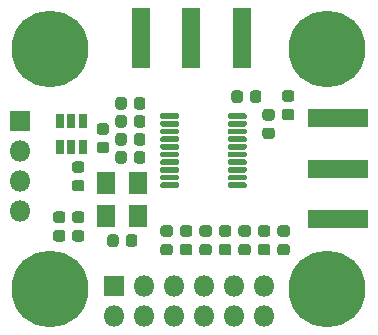
<source format=gbr>
%TF.GenerationSoftware,KiCad,Pcbnew,5.1.6-c6e7f7d~87~ubuntu18.04.1*%
%TF.CreationDate,2020-08-02T22:12:59+02:00*%
%TF.ProjectId,ad9834_eval,61643938-3334-45f6-9576-616c2e6b6963,rev?*%
%TF.SameCoordinates,Original*%
%TF.FileFunction,Soldermask,Top*%
%TF.FilePolarity,Negative*%
%FSLAX46Y46*%
G04 Gerber Fmt 4.6, Leading zero omitted, Abs format (unit mm)*
G04 Created by KiCad (PCBNEW 5.1.6-c6e7f7d~87~ubuntu18.04.1) date 2020-08-02 22:12:59*
%MOMM*%
%LPD*%
G01*
G04 APERTURE LIST*
%ADD10R,1.640000X1.900000*%
%ADD11O,1.800000X1.800000*%
%ADD12R,1.800000X1.800000*%
%ADD13R,0.750000X1.160000*%
%ADD14R,1.600000X5.180000*%
%ADD15R,5.180000X1.600000*%
%ADD16C,0.900000*%
%ADD17C,6.500000*%
G04 APERTURE END LIST*
D10*
%TO.C,U5*%
X79705200Y-85013800D03*
X82385200Y-85013800D03*
X82385200Y-87813800D03*
X79705200Y-87813800D03*
%TD*%
%TO.C,R16*%
G36*
G01*
X77061750Y-84780500D02*
X77624250Y-84780500D01*
G75*
G02*
X77868000Y-85024250I0J-243750D01*
G01*
X77868000Y-85511750D01*
G75*
G02*
X77624250Y-85755500I-243750J0D01*
G01*
X77061750Y-85755500D01*
G75*
G02*
X76818000Y-85511750I0J243750D01*
G01*
X76818000Y-85024250D01*
G75*
G02*
X77061750Y-84780500I243750J0D01*
G01*
G37*
G36*
G01*
X77061750Y-83205500D02*
X77624250Y-83205500D01*
G75*
G02*
X77868000Y-83449250I0J-243750D01*
G01*
X77868000Y-83936750D01*
G75*
G02*
X77624250Y-84180500I-243750J0D01*
G01*
X77061750Y-84180500D01*
G75*
G02*
X76818000Y-83936750I0J243750D01*
G01*
X76818000Y-83449250D01*
G75*
G02*
X77061750Y-83205500I243750J0D01*
G01*
G37*
%TD*%
%TO.C,R11*%
G36*
G01*
X79157250Y-81554500D02*
X79719750Y-81554500D01*
G75*
G02*
X79963500Y-81798250I0J-243750D01*
G01*
X79963500Y-82285750D01*
G75*
G02*
X79719750Y-82529500I-243750J0D01*
G01*
X79157250Y-82529500D01*
G75*
G02*
X78913500Y-82285750I0J243750D01*
G01*
X78913500Y-81798250D01*
G75*
G02*
X79157250Y-81554500I243750J0D01*
G01*
G37*
G36*
G01*
X79157250Y-79979500D02*
X79719750Y-79979500D01*
G75*
G02*
X79963500Y-80223250I0J-243750D01*
G01*
X79963500Y-80710750D01*
G75*
G02*
X79719750Y-80954500I-243750J0D01*
G01*
X79157250Y-80954500D01*
G75*
G02*
X78913500Y-80710750I0J243750D01*
G01*
X78913500Y-80223250D01*
G75*
G02*
X79157250Y-79979500I243750J0D01*
G01*
G37*
%TD*%
D11*
%TO.C,J1*%
X93065600Y-96266000D03*
X93065600Y-93726000D03*
X90525600Y-96266000D03*
X90525600Y-93726000D03*
X87985600Y-96266000D03*
X87985600Y-93726000D03*
X85445600Y-96266000D03*
X85445600Y-93726000D03*
X82905600Y-96266000D03*
X82905600Y-93726000D03*
X80365600Y-96266000D03*
D12*
X80365600Y-93726000D03*
%TD*%
D13*
%TO.C,U3*%
X76774000Y-81956000D03*
X77724000Y-81956000D03*
X75824000Y-81956000D03*
X75824000Y-79756000D03*
X76774000Y-79756000D03*
X77724000Y-79756000D03*
%TD*%
D11*
%TO.C,J4*%
X72390000Y-87376000D03*
X72390000Y-84836000D03*
X72390000Y-82296000D03*
D12*
X72390000Y-79756000D03*
%TD*%
%TO.C,R15*%
G36*
G01*
X94460750Y-90190500D02*
X95023250Y-90190500D01*
G75*
G02*
X95267000Y-90434250I0J-243750D01*
G01*
X95267000Y-90921750D01*
G75*
G02*
X95023250Y-91165500I-243750J0D01*
G01*
X94460750Y-91165500D01*
G75*
G02*
X94217000Y-90921750I0J243750D01*
G01*
X94217000Y-90434250D01*
G75*
G02*
X94460750Y-90190500I243750J0D01*
G01*
G37*
G36*
G01*
X94460750Y-88615500D02*
X95023250Y-88615500D01*
G75*
G02*
X95267000Y-88859250I0J-243750D01*
G01*
X95267000Y-89346750D01*
G75*
G02*
X95023250Y-89590500I-243750J0D01*
G01*
X94460750Y-89590500D01*
G75*
G02*
X94217000Y-89346750I0J243750D01*
G01*
X94217000Y-88859250D01*
G75*
G02*
X94460750Y-88615500I243750J0D01*
G01*
G37*
%TD*%
%TO.C,R14*%
G36*
G01*
X91158750Y-90190500D02*
X91721250Y-90190500D01*
G75*
G02*
X91965000Y-90434250I0J-243750D01*
G01*
X91965000Y-90921750D01*
G75*
G02*
X91721250Y-91165500I-243750J0D01*
G01*
X91158750Y-91165500D01*
G75*
G02*
X90915000Y-90921750I0J243750D01*
G01*
X90915000Y-90434250D01*
G75*
G02*
X91158750Y-90190500I243750J0D01*
G01*
G37*
G36*
G01*
X91158750Y-88615500D02*
X91721250Y-88615500D01*
G75*
G02*
X91965000Y-88859250I0J-243750D01*
G01*
X91965000Y-89346750D01*
G75*
G02*
X91721250Y-89590500I-243750J0D01*
G01*
X91158750Y-89590500D01*
G75*
G02*
X90915000Y-89346750I0J243750D01*
G01*
X90915000Y-88859250D01*
G75*
G02*
X91158750Y-88615500I243750J0D01*
G01*
G37*
%TD*%
%TO.C,R13*%
G36*
G01*
X89507750Y-90190500D02*
X90070250Y-90190500D01*
G75*
G02*
X90314000Y-90434250I0J-243750D01*
G01*
X90314000Y-90921750D01*
G75*
G02*
X90070250Y-91165500I-243750J0D01*
G01*
X89507750Y-91165500D01*
G75*
G02*
X89264000Y-90921750I0J243750D01*
G01*
X89264000Y-90434250D01*
G75*
G02*
X89507750Y-90190500I243750J0D01*
G01*
G37*
G36*
G01*
X89507750Y-88615500D02*
X90070250Y-88615500D01*
G75*
G02*
X90314000Y-88859250I0J-243750D01*
G01*
X90314000Y-89346750D01*
G75*
G02*
X90070250Y-89590500I-243750J0D01*
G01*
X89507750Y-89590500D01*
G75*
G02*
X89264000Y-89346750I0J243750D01*
G01*
X89264000Y-88859250D01*
G75*
G02*
X89507750Y-88615500I243750J0D01*
G01*
G37*
%TD*%
%TO.C,R12*%
G36*
G01*
X86205750Y-90190500D02*
X86768250Y-90190500D01*
G75*
G02*
X87012000Y-90434250I0J-243750D01*
G01*
X87012000Y-90921750D01*
G75*
G02*
X86768250Y-91165500I-243750J0D01*
G01*
X86205750Y-91165500D01*
G75*
G02*
X85962000Y-90921750I0J243750D01*
G01*
X85962000Y-90434250D01*
G75*
G02*
X86205750Y-90190500I243750J0D01*
G01*
G37*
G36*
G01*
X86205750Y-88615500D02*
X86768250Y-88615500D01*
G75*
G02*
X87012000Y-88859250I0J-243750D01*
G01*
X87012000Y-89346750D01*
G75*
G02*
X86768250Y-89590500I-243750J0D01*
G01*
X86205750Y-89590500D01*
G75*
G02*
X85962000Y-89346750I0J243750D01*
G01*
X85962000Y-88859250D01*
G75*
G02*
X86205750Y-88615500I243750J0D01*
G01*
G37*
%TD*%
%TO.C,R10*%
G36*
G01*
X93372250Y-89590500D02*
X92809750Y-89590500D01*
G75*
G02*
X92566000Y-89346750I0J243750D01*
G01*
X92566000Y-88859250D01*
G75*
G02*
X92809750Y-88615500I243750J0D01*
G01*
X93372250Y-88615500D01*
G75*
G02*
X93616000Y-88859250I0J-243750D01*
G01*
X93616000Y-89346750D01*
G75*
G02*
X93372250Y-89590500I-243750J0D01*
G01*
G37*
G36*
G01*
X93372250Y-91165500D02*
X92809750Y-91165500D01*
G75*
G02*
X92566000Y-90921750I0J243750D01*
G01*
X92566000Y-90434250D01*
G75*
G02*
X92809750Y-90190500I243750J0D01*
G01*
X93372250Y-90190500D01*
G75*
G02*
X93616000Y-90434250I0J-243750D01*
G01*
X93616000Y-90921750D01*
G75*
G02*
X93372250Y-91165500I-243750J0D01*
G01*
G37*
%TD*%
%TO.C,R9*%
G36*
G01*
X88419250Y-89590500D02*
X87856750Y-89590500D01*
G75*
G02*
X87613000Y-89346750I0J243750D01*
G01*
X87613000Y-88859250D01*
G75*
G02*
X87856750Y-88615500I243750J0D01*
G01*
X88419250Y-88615500D01*
G75*
G02*
X88663000Y-88859250I0J-243750D01*
G01*
X88663000Y-89346750D01*
G75*
G02*
X88419250Y-89590500I-243750J0D01*
G01*
G37*
G36*
G01*
X88419250Y-91165500D02*
X87856750Y-91165500D01*
G75*
G02*
X87613000Y-90921750I0J243750D01*
G01*
X87613000Y-90434250D01*
G75*
G02*
X87856750Y-90190500I243750J0D01*
G01*
X88419250Y-90190500D01*
G75*
G02*
X88663000Y-90434250I0J-243750D01*
G01*
X88663000Y-90921750D01*
G75*
G02*
X88419250Y-91165500I-243750J0D01*
G01*
G37*
%TD*%
%TO.C,R8*%
G36*
G01*
X85117250Y-89590500D02*
X84554750Y-89590500D01*
G75*
G02*
X84311000Y-89346750I0J243750D01*
G01*
X84311000Y-88859250D01*
G75*
G02*
X84554750Y-88615500I243750J0D01*
G01*
X85117250Y-88615500D01*
G75*
G02*
X85361000Y-88859250I0J-243750D01*
G01*
X85361000Y-89346750D01*
G75*
G02*
X85117250Y-89590500I-243750J0D01*
G01*
G37*
G36*
G01*
X85117250Y-91165500D02*
X84554750Y-91165500D01*
G75*
G02*
X84311000Y-90921750I0J243750D01*
G01*
X84311000Y-90434250D01*
G75*
G02*
X84554750Y-90190500I243750J0D01*
G01*
X85117250Y-90190500D01*
G75*
G02*
X85361000Y-90434250I0J-243750D01*
G01*
X85361000Y-90921750D01*
G75*
G02*
X85117250Y-91165500I-243750J0D01*
G01*
G37*
%TD*%
%TO.C,R7*%
G36*
G01*
X77624250Y-88422300D02*
X77061750Y-88422300D01*
G75*
G02*
X76818000Y-88178550I0J243750D01*
G01*
X76818000Y-87691050D01*
G75*
G02*
X77061750Y-87447300I243750J0D01*
G01*
X77624250Y-87447300D01*
G75*
G02*
X77868000Y-87691050I0J-243750D01*
G01*
X77868000Y-88178550D01*
G75*
G02*
X77624250Y-88422300I-243750J0D01*
G01*
G37*
G36*
G01*
X77624250Y-89997300D02*
X77061750Y-89997300D01*
G75*
G02*
X76818000Y-89753550I0J243750D01*
G01*
X76818000Y-89266050D01*
G75*
G02*
X77061750Y-89022300I243750J0D01*
G01*
X77624250Y-89022300D01*
G75*
G02*
X77868000Y-89266050I0J-243750D01*
G01*
X77868000Y-89753550D01*
G75*
G02*
X77624250Y-89997300I-243750J0D01*
G01*
G37*
%TD*%
%TO.C,R6*%
G36*
G01*
X76024050Y-88422300D02*
X75461550Y-88422300D01*
G75*
G02*
X75217800Y-88178550I0J243750D01*
G01*
X75217800Y-87691050D01*
G75*
G02*
X75461550Y-87447300I243750J0D01*
G01*
X76024050Y-87447300D01*
G75*
G02*
X76267800Y-87691050I0J-243750D01*
G01*
X76267800Y-88178550D01*
G75*
G02*
X76024050Y-88422300I-243750J0D01*
G01*
G37*
G36*
G01*
X76024050Y-89997300D02*
X75461550Y-89997300D01*
G75*
G02*
X75217800Y-89753550I0J243750D01*
G01*
X75217800Y-89266050D01*
G75*
G02*
X75461550Y-89022300I243750J0D01*
G01*
X76024050Y-89022300D01*
G75*
G02*
X76267800Y-89266050I0J-243750D01*
G01*
X76267800Y-89753550D01*
G75*
G02*
X76024050Y-89997300I-243750J0D01*
G01*
G37*
%TD*%
D14*
%TO.C,J3*%
X86931500Y-72796400D03*
X82681500Y-72796400D03*
X91181500Y-72796400D03*
%TD*%
D15*
%TO.C,J2*%
X99377500Y-83820000D03*
X99377500Y-79570000D03*
X99377500Y-88070000D03*
%TD*%
%TO.C,U2*%
G36*
G01*
X90027500Y-79500000D02*
X90027500Y-79250000D01*
G75*
G02*
X90152500Y-79125000I125000J0D01*
G01*
X91477500Y-79125000D01*
G75*
G02*
X91602500Y-79250000I0J-125000D01*
G01*
X91602500Y-79500000D01*
G75*
G02*
X91477500Y-79625000I-125000J0D01*
G01*
X90152500Y-79625000D01*
G75*
G02*
X90027500Y-79500000I0J125000D01*
G01*
G37*
G36*
G01*
X90027500Y-80150000D02*
X90027500Y-79900000D01*
G75*
G02*
X90152500Y-79775000I125000J0D01*
G01*
X91477500Y-79775000D01*
G75*
G02*
X91602500Y-79900000I0J-125000D01*
G01*
X91602500Y-80150000D01*
G75*
G02*
X91477500Y-80275000I-125000J0D01*
G01*
X90152500Y-80275000D01*
G75*
G02*
X90027500Y-80150000I0J125000D01*
G01*
G37*
G36*
G01*
X90027500Y-80800000D02*
X90027500Y-80550000D01*
G75*
G02*
X90152500Y-80425000I125000J0D01*
G01*
X91477500Y-80425000D01*
G75*
G02*
X91602500Y-80550000I0J-125000D01*
G01*
X91602500Y-80800000D01*
G75*
G02*
X91477500Y-80925000I-125000J0D01*
G01*
X90152500Y-80925000D01*
G75*
G02*
X90027500Y-80800000I0J125000D01*
G01*
G37*
G36*
G01*
X90027500Y-81450000D02*
X90027500Y-81200000D01*
G75*
G02*
X90152500Y-81075000I125000J0D01*
G01*
X91477500Y-81075000D01*
G75*
G02*
X91602500Y-81200000I0J-125000D01*
G01*
X91602500Y-81450000D01*
G75*
G02*
X91477500Y-81575000I-125000J0D01*
G01*
X90152500Y-81575000D01*
G75*
G02*
X90027500Y-81450000I0J125000D01*
G01*
G37*
G36*
G01*
X90027500Y-82100000D02*
X90027500Y-81850000D01*
G75*
G02*
X90152500Y-81725000I125000J0D01*
G01*
X91477500Y-81725000D01*
G75*
G02*
X91602500Y-81850000I0J-125000D01*
G01*
X91602500Y-82100000D01*
G75*
G02*
X91477500Y-82225000I-125000J0D01*
G01*
X90152500Y-82225000D01*
G75*
G02*
X90027500Y-82100000I0J125000D01*
G01*
G37*
G36*
G01*
X90027500Y-82750000D02*
X90027500Y-82500000D01*
G75*
G02*
X90152500Y-82375000I125000J0D01*
G01*
X91477500Y-82375000D01*
G75*
G02*
X91602500Y-82500000I0J-125000D01*
G01*
X91602500Y-82750000D01*
G75*
G02*
X91477500Y-82875000I-125000J0D01*
G01*
X90152500Y-82875000D01*
G75*
G02*
X90027500Y-82750000I0J125000D01*
G01*
G37*
G36*
G01*
X90027500Y-83400000D02*
X90027500Y-83150000D01*
G75*
G02*
X90152500Y-83025000I125000J0D01*
G01*
X91477500Y-83025000D01*
G75*
G02*
X91602500Y-83150000I0J-125000D01*
G01*
X91602500Y-83400000D01*
G75*
G02*
X91477500Y-83525000I-125000J0D01*
G01*
X90152500Y-83525000D01*
G75*
G02*
X90027500Y-83400000I0J125000D01*
G01*
G37*
G36*
G01*
X90027500Y-84050000D02*
X90027500Y-83800000D01*
G75*
G02*
X90152500Y-83675000I125000J0D01*
G01*
X91477500Y-83675000D01*
G75*
G02*
X91602500Y-83800000I0J-125000D01*
G01*
X91602500Y-84050000D01*
G75*
G02*
X91477500Y-84175000I-125000J0D01*
G01*
X90152500Y-84175000D01*
G75*
G02*
X90027500Y-84050000I0J125000D01*
G01*
G37*
G36*
G01*
X90027500Y-84700000D02*
X90027500Y-84450000D01*
G75*
G02*
X90152500Y-84325000I125000J0D01*
G01*
X91477500Y-84325000D01*
G75*
G02*
X91602500Y-84450000I0J-125000D01*
G01*
X91602500Y-84700000D01*
G75*
G02*
X91477500Y-84825000I-125000J0D01*
G01*
X90152500Y-84825000D01*
G75*
G02*
X90027500Y-84700000I0J125000D01*
G01*
G37*
G36*
G01*
X90027500Y-85350000D02*
X90027500Y-85100000D01*
G75*
G02*
X90152500Y-84975000I125000J0D01*
G01*
X91477500Y-84975000D01*
G75*
G02*
X91602500Y-85100000I0J-125000D01*
G01*
X91602500Y-85350000D01*
G75*
G02*
X91477500Y-85475000I-125000J0D01*
G01*
X90152500Y-85475000D01*
G75*
G02*
X90027500Y-85350000I0J125000D01*
G01*
G37*
G36*
G01*
X84302500Y-85350000D02*
X84302500Y-85100000D01*
G75*
G02*
X84427500Y-84975000I125000J0D01*
G01*
X85752500Y-84975000D01*
G75*
G02*
X85877500Y-85100000I0J-125000D01*
G01*
X85877500Y-85350000D01*
G75*
G02*
X85752500Y-85475000I-125000J0D01*
G01*
X84427500Y-85475000D01*
G75*
G02*
X84302500Y-85350000I0J125000D01*
G01*
G37*
G36*
G01*
X84302500Y-84700000D02*
X84302500Y-84450000D01*
G75*
G02*
X84427500Y-84325000I125000J0D01*
G01*
X85752500Y-84325000D01*
G75*
G02*
X85877500Y-84450000I0J-125000D01*
G01*
X85877500Y-84700000D01*
G75*
G02*
X85752500Y-84825000I-125000J0D01*
G01*
X84427500Y-84825000D01*
G75*
G02*
X84302500Y-84700000I0J125000D01*
G01*
G37*
G36*
G01*
X84302500Y-84050000D02*
X84302500Y-83800000D01*
G75*
G02*
X84427500Y-83675000I125000J0D01*
G01*
X85752500Y-83675000D01*
G75*
G02*
X85877500Y-83800000I0J-125000D01*
G01*
X85877500Y-84050000D01*
G75*
G02*
X85752500Y-84175000I-125000J0D01*
G01*
X84427500Y-84175000D01*
G75*
G02*
X84302500Y-84050000I0J125000D01*
G01*
G37*
G36*
G01*
X84302500Y-83400000D02*
X84302500Y-83150000D01*
G75*
G02*
X84427500Y-83025000I125000J0D01*
G01*
X85752500Y-83025000D01*
G75*
G02*
X85877500Y-83150000I0J-125000D01*
G01*
X85877500Y-83400000D01*
G75*
G02*
X85752500Y-83525000I-125000J0D01*
G01*
X84427500Y-83525000D01*
G75*
G02*
X84302500Y-83400000I0J125000D01*
G01*
G37*
G36*
G01*
X84302500Y-82750000D02*
X84302500Y-82500000D01*
G75*
G02*
X84427500Y-82375000I125000J0D01*
G01*
X85752500Y-82375000D01*
G75*
G02*
X85877500Y-82500000I0J-125000D01*
G01*
X85877500Y-82750000D01*
G75*
G02*
X85752500Y-82875000I-125000J0D01*
G01*
X84427500Y-82875000D01*
G75*
G02*
X84302500Y-82750000I0J125000D01*
G01*
G37*
G36*
G01*
X84302500Y-82100000D02*
X84302500Y-81850000D01*
G75*
G02*
X84427500Y-81725000I125000J0D01*
G01*
X85752500Y-81725000D01*
G75*
G02*
X85877500Y-81850000I0J-125000D01*
G01*
X85877500Y-82100000D01*
G75*
G02*
X85752500Y-82225000I-125000J0D01*
G01*
X84427500Y-82225000D01*
G75*
G02*
X84302500Y-82100000I0J125000D01*
G01*
G37*
G36*
G01*
X84302500Y-81450000D02*
X84302500Y-81200000D01*
G75*
G02*
X84427500Y-81075000I125000J0D01*
G01*
X85752500Y-81075000D01*
G75*
G02*
X85877500Y-81200000I0J-125000D01*
G01*
X85877500Y-81450000D01*
G75*
G02*
X85752500Y-81575000I-125000J0D01*
G01*
X84427500Y-81575000D01*
G75*
G02*
X84302500Y-81450000I0J125000D01*
G01*
G37*
G36*
G01*
X84302500Y-80800000D02*
X84302500Y-80550000D01*
G75*
G02*
X84427500Y-80425000I125000J0D01*
G01*
X85752500Y-80425000D01*
G75*
G02*
X85877500Y-80550000I0J-125000D01*
G01*
X85877500Y-80800000D01*
G75*
G02*
X85752500Y-80925000I-125000J0D01*
G01*
X84427500Y-80925000D01*
G75*
G02*
X84302500Y-80800000I0J125000D01*
G01*
G37*
G36*
G01*
X84302500Y-80150000D02*
X84302500Y-79900000D01*
G75*
G02*
X84427500Y-79775000I125000J0D01*
G01*
X85752500Y-79775000D01*
G75*
G02*
X85877500Y-79900000I0J-125000D01*
G01*
X85877500Y-80150000D01*
G75*
G02*
X85752500Y-80275000I-125000J0D01*
G01*
X84427500Y-80275000D01*
G75*
G02*
X84302500Y-80150000I0J125000D01*
G01*
G37*
G36*
G01*
X84302500Y-79500000D02*
X84302500Y-79250000D01*
G75*
G02*
X84427500Y-79125000I125000J0D01*
G01*
X85752500Y-79125000D01*
G75*
G02*
X85877500Y-79250000I0J-125000D01*
G01*
X85877500Y-79500000D01*
G75*
G02*
X85752500Y-79625000I-125000J0D01*
G01*
X84427500Y-79625000D01*
G75*
G02*
X84302500Y-79500000I0J125000D01*
G01*
G37*
%TD*%
%TO.C,R5*%
G36*
G01*
X91892500Y-78005250D02*
X91892500Y-77442750D01*
G75*
G02*
X92136250Y-77199000I243750J0D01*
G01*
X92623750Y-77199000D01*
G75*
G02*
X92867500Y-77442750I0J-243750D01*
G01*
X92867500Y-78005250D01*
G75*
G02*
X92623750Y-78249000I-243750J0D01*
G01*
X92136250Y-78249000D01*
G75*
G02*
X91892500Y-78005250I0J243750D01*
G01*
G37*
G36*
G01*
X90317500Y-78005250D02*
X90317500Y-77442750D01*
G75*
G02*
X90561250Y-77199000I243750J0D01*
G01*
X91048750Y-77199000D01*
G75*
G02*
X91292500Y-77442750I0J-243750D01*
G01*
X91292500Y-78005250D01*
G75*
G02*
X91048750Y-78249000I-243750J0D01*
G01*
X90561250Y-78249000D01*
G75*
G02*
X90317500Y-78005250I0J243750D01*
G01*
G37*
%TD*%
%TO.C,R4*%
G36*
G01*
X95404250Y-78160500D02*
X94841750Y-78160500D01*
G75*
G02*
X94598000Y-77916750I0J243750D01*
G01*
X94598000Y-77429250D01*
G75*
G02*
X94841750Y-77185500I243750J0D01*
G01*
X95404250Y-77185500D01*
G75*
G02*
X95648000Y-77429250I0J-243750D01*
G01*
X95648000Y-77916750D01*
G75*
G02*
X95404250Y-78160500I-243750J0D01*
G01*
G37*
G36*
G01*
X95404250Y-79735500D02*
X94841750Y-79735500D01*
G75*
G02*
X94598000Y-79491750I0J243750D01*
G01*
X94598000Y-79004250D01*
G75*
G02*
X94841750Y-78760500I243750J0D01*
G01*
X95404250Y-78760500D01*
G75*
G02*
X95648000Y-79004250I0J-243750D01*
G01*
X95648000Y-79491750D01*
G75*
G02*
X95404250Y-79735500I-243750J0D01*
G01*
G37*
%TD*%
%TO.C,R3*%
G36*
G01*
X82062500Y-78576750D02*
X82062500Y-78014250D01*
G75*
G02*
X82306250Y-77770500I243750J0D01*
G01*
X82793750Y-77770500D01*
G75*
G02*
X83037500Y-78014250I0J-243750D01*
G01*
X83037500Y-78576750D01*
G75*
G02*
X82793750Y-78820500I-243750J0D01*
G01*
X82306250Y-78820500D01*
G75*
G02*
X82062500Y-78576750I0J243750D01*
G01*
G37*
G36*
G01*
X80487500Y-78576750D02*
X80487500Y-78014250D01*
G75*
G02*
X80731250Y-77770500I243750J0D01*
G01*
X81218750Y-77770500D01*
G75*
G02*
X81462500Y-78014250I0J-243750D01*
G01*
X81462500Y-78576750D01*
G75*
G02*
X81218750Y-78820500I-243750J0D01*
G01*
X80731250Y-78820500D01*
G75*
G02*
X80487500Y-78576750I0J243750D01*
G01*
G37*
%TD*%
%TO.C,R2*%
G36*
G01*
X93190750Y-80348000D02*
X93753250Y-80348000D01*
G75*
G02*
X93997000Y-80591750I0J-243750D01*
G01*
X93997000Y-81079250D01*
G75*
G02*
X93753250Y-81323000I-243750J0D01*
G01*
X93190750Y-81323000D01*
G75*
G02*
X92947000Y-81079250I0J243750D01*
G01*
X92947000Y-80591750D01*
G75*
G02*
X93190750Y-80348000I243750J0D01*
G01*
G37*
G36*
G01*
X93190750Y-78773000D02*
X93753250Y-78773000D01*
G75*
G02*
X93997000Y-79016750I0J-243750D01*
G01*
X93997000Y-79504250D01*
G75*
G02*
X93753250Y-79748000I-243750J0D01*
G01*
X93190750Y-79748000D01*
G75*
G02*
X92947000Y-79504250I0J243750D01*
G01*
X92947000Y-79016750D01*
G75*
G02*
X93190750Y-78773000I243750J0D01*
G01*
G37*
%TD*%
%TO.C,R1*%
G36*
G01*
X81376700Y-90197250D02*
X81376700Y-89634750D01*
G75*
G02*
X81620450Y-89391000I243750J0D01*
G01*
X82107950Y-89391000D01*
G75*
G02*
X82351700Y-89634750I0J-243750D01*
G01*
X82351700Y-90197250D01*
G75*
G02*
X82107950Y-90441000I-243750J0D01*
G01*
X81620450Y-90441000D01*
G75*
G02*
X81376700Y-90197250I0J243750D01*
G01*
G37*
G36*
G01*
X79801700Y-90197250D02*
X79801700Y-89634750D01*
G75*
G02*
X80045450Y-89391000I243750J0D01*
G01*
X80532950Y-89391000D01*
G75*
G02*
X80776700Y-89634750I0J-243750D01*
G01*
X80776700Y-90197250D01*
G75*
G02*
X80532950Y-90441000I-243750J0D01*
G01*
X80045450Y-90441000D01*
G75*
G02*
X79801700Y-90197250I0J243750D01*
G01*
G37*
%TD*%
D16*
%TO.C,H4*%
X76627056Y-71962944D03*
X74930000Y-71260000D03*
X73232944Y-71962944D03*
X72530000Y-73660000D03*
X73232944Y-75357056D03*
X74930000Y-76060000D03*
X76627056Y-75357056D03*
X77330000Y-73660000D03*
D17*
X74930000Y-73660000D03*
%TD*%
D16*
%TO.C,H3*%
X76627056Y-92282944D03*
X74930000Y-91580000D03*
X73232944Y-92282944D03*
X72530000Y-93980000D03*
X73232944Y-95677056D03*
X74930000Y-96380000D03*
X76627056Y-95677056D03*
X77330000Y-93980000D03*
D17*
X74930000Y-93980000D03*
%TD*%
D16*
%TO.C,H2*%
X100122056Y-92282944D03*
X98425000Y-91580000D03*
X96727944Y-92282944D03*
X96025000Y-93980000D03*
X96727944Y-95677056D03*
X98425000Y-96380000D03*
X100122056Y-95677056D03*
X100825000Y-93980000D03*
D17*
X98425000Y-93980000D03*
%TD*%
D16*
%TO.C,H1*%
X100122056Y-71962944D03*
X98425000Y-71260000D03*
X96727944Y-71962944D03*
X96025000Y-73660000D03*
X96727944Y-75357056D03*
X98425000Y-76060000D03*
X100122056Y-75357056D03*
X100825000Y-73660000D03*
D17*
X98425000Y-73660000D03*
%TD*%
%TO.C,C3*%
G36*
G01*
X82062500Y-80100750D02*
X82062500Y-79538250D01*
G75*
G02*
X82306250Y-79294500I243750J0D01*
G01*
X82793750Y-79294500D01*
G75*
G02*
X83037500Y-79538250I0J-243750D01*
G01*
X83037500Y-80100750D01*
G75*
G02*
X82793750Y-80344500I-243750J0D01*
G01*
X82306250Y-80344500D01*
G75*
G02*
X82062500Y-80100750I0J243750D01*
G01*
G37*
G36*
G01*
X80487500Y-80100750D02*
X80487500Y-79538250D01*
G75*
G02*
X80731250Y-79294500I243750J0D01*
G01*
X81218750Y-79294500D01*
G75*
G02*
X81462500Y-79538250I0J-243750D01*
G01*
X81462500Y-80100750D01*
G75*
G02*
X81218750Y-80344500I-243750J0D01*
G01*
X80731250Y-80344500D01*
G75*
G02*
X80487500Y-80100750I0J243750D01*
G01*
G37*
%TD*%
%TO.C,C2*%
G36*
G01*
X82062500Y-81624750D02*
X82062500Y-81062250D01*
G75*
G02*
X82306250Y-80818500I243750J0D01*
G01*
X82793750Y-80818500D01*
G75*
G02*
X83037500Y-81062250I0J-243750D01*
G01*
X83037500Y-81624750D01*
G75*
G02*
X82793750Y-81868500I-243750J0D01*
G01*
X82306250Y-81868500D01*
G75*
G02*
X82062500Y-81624750I0J243750D01*
G01*
G37*
G36*
G01*
X80487500Y-81624750D02*
X80487500Y-81062250D01*
G75*
G02*
X80731250Y-80818500I243750J0D01*
G01*
X81218750Y-80818500D01*
G75*
G02*
X81462500Y-81062250I0J-243750D01*
G01*
X81462500Y-81624750D01*
G75*
G02*
X81218750Y-81868500I-243750J0D01*
G01*
X80731250Y-81868500D01*
G75*
G02*
X80487500Y-81624750I0J243750D01*
G01*
G37*
%TD*%
%TO.C,C1*%
G36*
G01*
X81462500Y-82586250D02*
X81462500Y-83148750D01*
G75*
G02*
X81218750Y-83392500I-243750J0D01*
G01*
X80731250Y-83392500D01*
G75*
G02*
X80487500Y-83148750I0J243750D01*
G01*
X80487500Y-82586250D01*
G75*
G02*
X80731250Y-82342500I243750J0D01*
G01*
X81218750Y-82342500D01*
G75*
G02*
X81462500Y-82586250I0J-243750D01*
G01*
G37*
G36*
G01*
X83037500Y-82586250D02*
X83037500Y-83148750D01*
G75*
G02*
X82793750Y-83392500I-243750J0D01*
G01*
X82306250Y-83392500D01*
G75*
G02*
X82062500Y-83148750I0J243750D01*
G01*
X82062500Y-82586250D01*
G75*
G02*
X82306250Y-82342500I243750J0D01*
G01*
X82793750Y-82342500D01*
G75*
G02*
X83037500Y-82586250I0J-243750D01*
G01*
G37*
%TD*%
M02*

</source>
